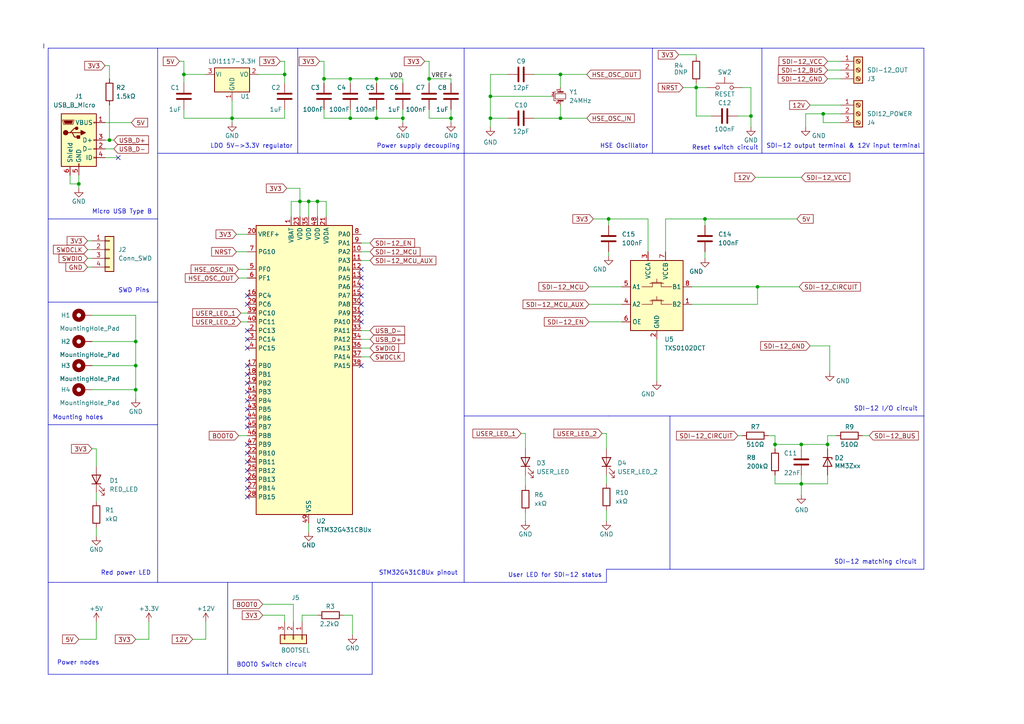
<source format=kicad_sch>
(kicad_sch (version 20230121) (generator eeschema)
  (paper "A4")
  (title_block (title "SDI-12 to USB Adapter") (date "2023-12-14") (rev "1.3") (company "GitHub Z4ika") (comment 4 "Jakub Miłosz Zarecki"))
  (lib_symbols
    (symbol "Connector:Screw_Terminal_01x03" (pin_names (offset 1.016) hide)
      (property "Reference" "J" (at 0 5.08 0))
      (property "Value" "Screw_Terminal_01x03" (at 0 -5.08 0))
      (symbol "Screw_Terminal_01x03_1_1"
        (pin passive line (at -5.08 2.54 0) (length 3.81) (name "Pin_1") (number "1"))
        (pin passive line (at -5.08 0 0) (length 3.81) (name "Pin_2") (number "2"))
        (pin passive line (at -5.08 -2.54 0) (length 3.81) (name "Pin_3") (number "3"))
      )
    )
    (symbol "Connector:USB_B_Micro" (pin_names (offset 1.016))
      (property "Reference" "J" (at -5.08 11.43 0))
      (property "Value" "USB_B_Micro" (at -5.08 8.89 0))
      (symbol "USB_B_Micro_1_1"
        (pin power_out line (at 7.62 5.08 180) (length 2.54) (name "VBUS") (number "1"))
        (pin bidirectional line (at 7.62 -2.54 180) (length 2.54) (name "D-") (number "2"))
        (pin bidirectional line (at 7.62 0 180) (length 2.54) (name "D+") (number "3"))
        (pin passive line (at 7.62 -5.08 180) (length 2.54) (name "ID") (number "4"))
        (pin power_out line (at 0 -10.16 90) (length 2.54) (name "GND") (number "5"))
        (pin passive line (at -2.54 -10.16 90) (length 2.54) (name "Shield") (number "6"))
      )
    )
    (symbol "Connector_Generic:Conn_01x03" (pin_names (offset 1.016) hide)
      (property "Reference" "J" (at 0 5.08 0))
      (property "Value" "Conn_01x03" (at 0 -5.08 0))
      (symbol "Conn_01x03_1_1"
        (pin passive line (at -5.08 2.54 0) (length 3.81) (name "Pin_1") (number "1"))
        (pin passive line (at -5.08 0 0) (length 3.81) (name "Pin_2") (number "2"))
        (pin passive line (at -5.08 -2.54 0) (length 3.81) (name "Pin_3") (number "3"))
      )
    )
    (symbol "Connector_Generic:Conn_01x04" (pin_names (offset 1.016) hide)
      (property "Reference" "J" (at 0 5.08 0))
      (property "Value" "Conn_01x04" (at 0 -7.62 0))
      (symbol "Conn_01x04_1_1"
        (pin passive line (at -5.08 2.54 0) (length 3.81) (name "Pin_1") (number "1"))
        (pin passive line (at -5.08 0 0) (length 3.81) (name "Pin_2") (number "2"))
        (pin passive line (at -5.08 -2.54 0) (length 3.81) (name "Pin_3") (number "3"))
        (pin passive line (at -5.08 -5.08 0) (length 3.81) (name "Pin_4") (number "4"))
      )
    )
    (symbol "Device:C" (pin_numbers hide) (pin_names (offset 0.254))
      (property "Reference" "C" (at 0.635 2.54 0))
      (property "Value" "C" (at 0.635 -2.54 0))
      (symbol "C_1_1"
        (pin passive line (at 0 3.81 270) (length 2.794) (name "~") (number "1"))
        (pin passive line (at 0 -3.81 90) (length 2.794) (name "~") (number "2"))
      )
    )
    (symbol "Device:Crystal_GND2_Small" (pin_names (offset 1.016) hide)
      (property "Reference" "Y" (at 0 5.08 0))
      (property "Value" "Crystal_GND2_Small" (at 0 3.175 0))
      (symbol "Crystal_GND2_Small_1_1"
        (pin passive line (at -2.54 0 0) (length 1.27) (name "1") (number "1"))
        (pin passive line (at 0 -2.54 90) (length 0.635) (name "2") (number "2"))
        (pin passive line (at 2.54 0 180) (length 1.27) (name "3") (number "3"))
      )
    )
    (symbol "Device:LED" (pin_numbers hide) (pin_names (offset 1.016) hide)
      (property "Reference" "D" (at 0 2.54 0))
      (property "Value" "LED" (at 0 -2.54 0))
      (symbol "LED_1_1"
        (pin passive line (at -3.81 0 0) (length 2.54) (name "K") (number "1"))
        (pin passive line (at 3.81 0 180) (length 2.54) (name "A") (number "2"))
      )
    )
    (symbol "Device:R" (pin_numbers hide) (pin_names (offset 0))
      (property "Reference" "R" (at 2.032 0 90))
      (property "Value" "R" (at 0 0 90))
      (symbol "R_1_1"
        (pin passive line (at 0 3.81 270) (length 1.27) (name "~") (number "1"))
        (pin passive line (at 0 -3.81 90) (length 1.27) (name "~") (number "2"))
      )
    )
    (symbol "Diode:MM3Zxx" (pin_numbers hide) (pin_names hide)
      (property "Reference" "D" (at 0 2.54 0))
      (property "Value" "MM3Zxx" (at 0 -2.54 0))
      (symbol "MM3Zxx_1_1"
        (pin passive line (at -3.81 0 0) (length 2.54) (name "K") (number "1"))
        (pin passive line (at 3.81 0 180) (length 2.54) (name "A") (number "2"))
      )
    )
    (symbol "GND_1" (power) (pin_names (offset 0))
      (property "Value" "GND_1" (at 0 -3.81 0))
      (symbol "GND_1_1_1"
        (pin power_in line (at 0 0 270) (length 0) hide (name "GND") (number "1"))
      )
    )
    (symbol "GND_12" (power) (pin_names (offset 0))
      (property "Value" "GND_12" (at 0 -3.81 0))
      (symbol "GND_12_1_1"
        (pin power_in line (at 0 0 270) (length 0) hide (name "GND") (number "1"))
      )
    )
    (symbol "GND_13" (power) (pin_names (offset 0))
      (property "Value" "GND_13" (at 0 -3.81 0))
      (symbol "GND_13_1_1"
        (pin power_in line (at 0 0 270) (length 0) hide (name "GND") (number "1"))
      )
    )
    (symbol "GND_2" (power) (pin_names (offset 0))
      (property "Value" "GND_2" (at 0 -3.81 0))
      (symbol "GND_2_1_1"
        (pin power_in line (at 0 0 270) (length 0) hide (name "GND") (number "1"))
      )
    )
    (symbol "GND_3" (power) (pin_names (offset 0))
      (property "Value" "GND_3" (at 0 -3.81 0))
      (symbol "GND_3_1_1"
        (pin power_in line (at 0 0 270) (length 0) hide (name "GND") (number "1"))
      )
    )
    (symbol "GND_4" (power) (pin_names (offset 0))
      (property "Value" "GND_4" (at 0 -3.81 0))
      (symbol "GND_4_1_1"
        (pin power_in line (at 0 0 270) (length 0) hide (name "GND") (number "1"))
      )
    )
    (symbol "GND_6" (power) (pin_names (offset 0))
      (property "Value" "GND_6" (at 0 -3.81 0))
      (symbol "GND_6_1_1"
        (pin power_in line (at 0 0 270) (length 0) hide (name "GND") (number "1"))
      )
    )
    (symbol "GND_8" (power) (pin_names (offset 0))
      (property "Value" "GND_8" (at 0 -3.81 0))
      (symbol "GND_8_1_1"
        (pin power_in line (at 0 0 270) (length 0) hide (name "GND") (number "1"))
      )
    )
    (symbol "GND_9" (power) (pin_names (offset 0))
      (property "Value" "GND_9" (at 0 -3.81 0))
      (symbol "GND_9_1_1"
        (pin power_in line (at 0 0 270) (length 0) hide (name "GND") (number "1"))
      )
    )
    (symbol "Logic_LevelTranslator:TXS0102DCT"
      (property "Reference" "U" (at -6.35 11.43 0))
      (property "Value" "TXS0102DCT" (at 3.81 11.43 0))
      (symbol "TXS0102DCT_1_1"
        (pin bidirectional line (at 10.16 -2.54 180) (length 2.54) (name "B2") (number "1"))
        (pin power_in line (at 0 -12.7 90) (length 2.54) (name "GND") (number "2"))
        (pin power_in line (at -2.54 12.7 270) (length 2.54) (name "VCCA") (number "3"))
        (pin bidirectional line (at -10.16 -2.54 0) (length 2.54) (name "A2") (number "4"))
        (pin bidirectional line (at -10.16 2.54 0) (length 2.54) (name "A1") (number "5"))
        (pin input line (at -10.16 -7.62 0) (length 2.54) (name "OE") (number "6"))
        (pin power_in line (at 2.54 12.7 270) (length 2.54) (name "VCCB") (number "7"))
        (pin bidirectional line (at 10.16 2.54 180) (length 2.54) (name "B1") (number "8"))
      )
    )
    (symbol "MCU_ST_STM32G4:STM32G431CBUx"
      (property "Reference" "U" (at -12.7 44.45 0))
      (property "Value" "STM32G431CBUx" (at 10.16 44.45 0))
      (symbol "STM32G431CBUx_1_1"
        (pin power_in line (at -2.54 45.72 270) (length 2.54) (name "VBAT") (number "1"))
        (pin bidirectional line (at 17.78 35.56 180) (length 2.54) (name "PA2") (number "10"))
        (pin bidirectional line (at 17.78 33.02 180) (length 2.54) (name "PA3") (number "11"))
        (pin bidirectional line (at 17.78 30.48 180) (length 2.54) (name "PA4") (number "12"))
        (pin bidirectional line (at 17.78 27.94 180) (length 2.54) (name "PA5") (number "13"))
        (pin bidirectional line (at 17.78 25.4 180) (length 2.54) (name "PA6") (number "14"))
        (pin bidirectional line (at 17.78 22.86 180) (length 2.54) (name "PA7") (number "15"))
        (pin bidirectional line (at -15.24 22.86 0) (length 2.54) (name "PC4") (number "16"))
        (pin bidirectional line (at -15.24 2.54 0) (length 2.54) (name "PB0") (number "17"))
        (pin bidirectional line (at -15.24 0 0) (length 2.54) (name "PB1") (number "18"))
        (pin bidirectional line (at -15.24 -2.54 0) (length 2.54) (name "PB2") (number "19"))
        (pin bidirectional line (at -15.24 12.7 0) (length 2.54) (name "PC13") (number "2"))
        (pin input line (at -15.24 40.64 0) (length 2.54) (name "VREF+") (number "20"))
        (pin power_in line (at 7.62 45.72 270) (length 2.54) (name "VDDA") (number "21"))
        (pin bidirectional line (at -15.24 -22.86 0) (length 2.54) (name "PB10") (number "22"))
        (pin power_in line (at 0 45.72 270) (length 2.54) (name "VDD") (number "23"))
        (pin bidirectional line (at -15.24 -25.4 0) (length 2.54) (name "PB11") (number "24"))
        (pin bidirectional line (at -15.24 -27.94 0) (length 2.54) (name "PB12") (number "25"))
        (pin bidirectional line (at -15.24 -30.48 0) (length 2.54) (name "PB13") (number "26"))
        (pin bidirectional line (at -15.24 -33.02 0) (length 2.54) (name "PB14") (number "27"))
        (pin bidirectional line (at -15.24 -35.56 0) (length 2.54) (name "PB15") (number "28"))
        (pin bidirectional line (at -15.24 20.32 0) (length 2.54) (name "PC6") (number "29"))
        (pin bidirectional line (at -15.24 10.16 0) (length 2.54) (name "PC14") (number "3"))
        (pin bidirectional line (at 17.78 20.32 180) (length 2.54) (name "PA8") (number "30"))
        (pin bidirectional line (at 17.78 17.78 180) (length 2.54) (name "PA9") (number "31"))
        (pin bidirectional line (at 17.78 15.24 180) (length 2.54) (name "PA10") (number "32"))
        (pin bidirectional line (at 17.78 12.7 180) (length 2.54) (name "PA11") (number "33"))
        (pin bidirectional line (at 17.78 10.16 180) (length 2.54) (name "PA12") (number "34"))
        (pin power_in line (at 2.54 45.72 270) (length 2.54) (name "VDD") (number "35"))
        (pin bidirectional line (at 17.78 7.62 180) (length 2.54) (name "PA13") (number "36"))
        (pin bidirectional line (at 17.78 5.08 180) (length 2.54) (name "PA14") (number "37"))
        (pin bidirectional line (at 17.78 2.54 180) (length 2.54) (name "PA15") (number "38"))
        (pin bidirectional line (at -15.24 17.78 0) (length 2.54) (name "PC10") (number "39"))
        (pin bidirectional line (at -15.24 7.62 0) (length 2.54) (name "PC15") (number "4"))
        (pin bidirectional line (at -15.24 15.24 0) (length 2.54) (name "PC11") (number "40"))
        (pin bidirectional line (at -15.24 -5.08 0) (length 2.54) (name "PB3") (number "41"))
        (pin bidirectional line (at -15.24 -7.62 0) (length 2.54) (name "PB4") (number "42"))
        (pin bidirectional line (at -15.24 -10.16 0) (length 2.54) (name "PB5") (number "43"))
        (pin bidirectional line (at -15.24 -12.7 0) (length 2.54) (name "PB6") (number "44"))
        (pin bidirectional line (at -15.24 -15.24 0) (length 2.54) (name "PB7") (number "45"))
        (pin bidirectional line (at -15.24 -17.78 0) (length 2.54) (name "PB8") (number "46"))
        (pin bidirectional line (at -15.24 -20.32 0) (length 2.54) (name "PB9") (number "47"))
        (pin power_in line (at 5.08 45.72 270) (length 2.54) (name "VDD") (number "48"))
        (pin power_in line (at 2.54 -43.18 90) (length 2.54) (name "VSS") (number "49"))
        (pin bidirectional line (at -15.24 30.48 0) (length 2.54) (name "PF0") (number "5"))
        (pin bidirectional line (at -15.24 27.94 0) (length 2.54) (name "PF1") (number "6"))
        (pin bidirectional line (at -15.24 35.56 0) (length 2.54) (name "PG10") (number "7"))
        (pin bidirectional line (at 17.78 40.64 180) (length 2.54) (name "PA0") (number "8"))
        (pin bidirectional line (at 17.78 38.1 180) (length 2.54) (name "PA1") (number "9"))
      )
    )
    (symbol "Mechanical:MountingHole_Pad" (pin_numbers hide) (pin_names (offset 1.016) hide)
      (property "Reference" "H" (at 0 6.35 0))
      (property "Value" "MountingHole_Pad" (at 0 4.445 0))
      (symbol "MountingHole_Pad_1_1"
        (pin input line (at 0 -2.54 90) (length 2.54) (name "1") (number "1"))
      )
    )
    (symbol "Regulator_Linear:AP1117-18" (pin_names (offset 0.254))
      (property "Reference" "U" (at -3.81 3.175 0))
      (property "Value" "AP1117-18" (at 0 3.175 0))
      (symbol "AP1117-18_1_1"
        (pin power_in line (at 0 -7.62 90) (length 2.54) (name "GND") (number "1"))
        (pin power_out line (at 7.62 0 180) (length 2.54) (name "VO") (number "2"))
        (pin power_in line (at -7.62 0 0) (length 2.54) (name "VI") (number "3"))
      )
    )
    (symbol "Switch:SW_Push" (pin_numbers hide) (pin_names (offset 1.016) hide)
      (property "Reference" "SW" (at 1.27 2.54 0))
      (property "Value" "SW_Push" (at 0 -1.524 0))
      (symbol "SW_Push_0_1"
        (pin passive line (at -5.08 0 0) (length 2.54) (name "1") (number "1"))
        (pin passive line (at 5.08 0 180) (length 2.54) (name "2") (number "2"))
      )
    )
    (symbol "power:+12V" (power) (pin_names (offset 0))
      (property "Value" "+12V" (at 0 3.556 0))
      (symbol "+12V_1_1"
        (pin power_in line (at 0 0 90) (length 0) hide (name "+12V") (number "1"))
      )
    )
    (symbol "power:+3.3V" (power) (pin_names (offset 0))
      (property "Value" "+3.3V" (at 0 3.556 0))
      (symbol "+3.3V_1_1"
        (pin power_in line (at 0 0 90) (length 0) hide (name "+3.3V") (number "1"))
      )
    )
    (symbol "power:+5V" (power) (pin_names (offset 0))
      (property "Value" "+5V" (at 0 3.556 0))
      (symbol "+5V_1_1"
        (pin power_in line (at 0 0 90) (length 0) hide (name "+5V") (number "1"))
      )
    )
    (symbol "power:GND" (power) (pin_names (offset 0))
      (property "Value" "GND" (at 0 -3.81 0))
      (symbol "GND_1_1"
        (pin power_in line (at 0 0 270) (length 0) hide (name "GND") (number "1"))
      )
    )
  )
  (junction (at 89.535 58.42))
  (junction (at 142.24 34.29))
  (junction (at 162.56 34.29))
  (junction (at 124.46 22.86))
  (junction (at 109.22 34.29))
  (junction (at 53.34 21.59))
  (junction (at 201.93 25.4))
  (junction (at 204.47 63.5))
  (junction (at 101.6 22.86))
  (junction (at 82.55 21.59))
  (junction (at 67.31 34.29))
  (junction (at 219.71 83.185))
  (junction (at 162.56 21.59))
  (junction (at 39.37 113.03))
  (junction (at 31.75 40.64))
  (junction (at 238.76 33.02))
  (junction (at 224.79 128.905))
  (junction (at 240.03 128.905))
  (junction (at 86.995 58.42))
  (junction (at 39.37 99.06))
  (junction (at 92.075 58.42))
  (junction (at 22.86 53.34))
  (junction (at 39.37 106.045))
  (junction (at 101.6 34.29))
  (junction (at 130.81 34.29))
  (junction (at 93.98 22.86))
  (junction (at 142.24 27.94))
  (junction (at 232.41 128.905))
  (junction (at 217.805 33.655))
  (junction (at 109.22 22.86))
  (junction (at 232.41 140.335))
  (junction (at 116.84 34.29))
  (junction (at 176.53 63.5))
  (no_connect (at 104.775 93.345))
  (no_connect (at 71.755 85.725))
  (no_connect (at 71.755 98.425))
  (no_connect (at 104.775 106.045))
  (no_connect (at 104.775 80.645))
  (no_connect (at 71.755 88.265))
  (no_connect (at 34.29 45.72))
  (no_connect (at 71.755 128.905))
  (no_connect (at 71.755 123.825))
  (no_connect (at 104.775 88.265))
  (no_connect (at 71.755 136.525))
  (no_connect (at 71.755 95.885))
  (no_connect (at 71.755 116.205))
  (no_connect (at 71.755 106.045))
  (no_connect (at 71.755 133.985))
  (no_connect (at 71.755 108.585))
  (no_connect (at 71.755 144.145))
  (no_connect (at 104.775 83.185))
  (no_connect (at 104.775 90.805))
  (no_connect (at 71.755 100.965))
  (no_connect (at 71.755 118.745))
  (no_connect (at 71.755 113.665))
  (no_connect (at 104.775 85.725))
  (no_connect (at 71.755 141.605))
  (no_connect (at 71.755 121.285))
  (no_connect (at 71.755 139.065))
  (no_connect (at 71.755 111.125))
  (no_connect (at 104.775 78.105))
  (no_connect (at 71.755 131.445))
  (wire (pts (xy 86.995 54.61) (xy 86.995 58.42)))
  (wire (pts (xy 101.6 34.29) (xy 109.22 34.29)))
  (wire (pts (xy 104.775 95.885) (xy 107.315 95.885)))
  (wire (pts (xy 99.695 178.435) (xy 102.235 178.435)))
  (wire (pts (xy 170.815 88.265) (xy 180.34 88.265)))
  (wire (pts (xy 101.6 34.29) (xy 101.6 31.75)))
  (wire (pts (xy 240.03 126.365) (xy 242.57 126.365)))
  (wire (pts (xy 27.94 130.175) (xy 27.94 135.255)))
  (wire (pts (xy 232.41 137.795) (xy 232.41 140.335)))
  (polyline (pts (xy 13.97 13.97) (xy 13.97 63.5)))
  (wire (pts (xy 30.48 40.64) (xy 31.75 40.64)))
  (wire (pts (xy 25.4 72.39) (xy 26.67 72.39)))
  (polyline (pts (xy 189.23 44.45) (xy 189.23 13.97)))
  (polyline (pts (xy 45.72 158.75) (xy 45.72 168.91)))
  (wire (pts (xy 243.84 20.32) (xy 240.03 20.32)))
  (polyline (pts (xy 45.72 63.5) (xy 45.72 158.75)))
  (polyline (pts (xy 134.62 120.65) (xy 176.53 120.65)))
  (polyline (pts (xy 13.97 123.19) (xy 45.72 123.19)))
  (wire (pts (xy 196.85 15.875) (xy 201.93 15.875)))
  (wire (pts (xy 92.075 62.865) (xy 92.075 58.42)))
  (wire (pts (xy 76.2 175.26) (xy 85.09 175.26)))
  (wire (pts (xy 187.96 63.5) (xy 176.53 63.5)))
  (wire (pts (xy 89.535 151.765) (xy 89.535 154.305)))
  (wire (pts (xy 176.53 63.5) (xy 172.085 63.5)))
  (polyline (pts (xy 134.62 168.91) (xy 175.895 168.91)))
  (wire (pts (xy 104.775 70.485) (xy 107.315 70.485)))
  (wire (pts (xy 152.4 148.59) (xy 152.4 151.13)))
  (wire (pts (xy 162.56 21.59) (xy 162.56 25.4)))
  (wire (pts (xy 93.98 22.86) (xy 101.6 22.86)))
  (wire (pts (xy 224.79 140.335) (xy 232.41 140.335)))
  (wire (pts (xy 30.48 45.72) (xy 34.29 45.72)))
  (polyline (pts (xy 176.53 120.65) (xy 267.97 120.65)))
  (wire (pts (xy 190.5 98.425) (xy 190.5 110.49)))
  (wire (pts (xy 30.48 35.56) (xy 38.1 35.56)))
  (wire (pts (xy 187.96 73.025) (xy 187.96 63.5)))
  (polyline (pts (xy 12.7 12.7) (xy 12.7 13.97)))
  (wire (pts (xy 53.34 17.78) (xy 53.34 21.59)))
  (polyline (pts (xy 175.895 165.1) (xy 194.31 165.1)))
  (wire (pts (xy 238.76 33.02) (xy 243.84 33.02)))
  (wire (pts (xy 109.22 22.86) (xy 116.84 22.86)))
  (wire (pts (xy 130.81 22.86) (xy 124.46 22.86)))
  (polyline (pts (xy 66.04 195.58) (xy 107.95 195.58)))
  (wire (pts (xy 39.37 106.045) (xy 39.37 113.03)))
  (wire (pts (xy 234.95 30.48) (xy 243.84 30.48)))
  (wire (pts (xy 76.2 178.435) (xy 82.55 178.435)))
  (wire (pts (xy 26.67 106.045) (xy 39.37 106.045)))
  (wire (pts (xy 147.32 34.29) (xy 142.24 34.29)))
  (wire (pts (xy 25.4 74.93) (xy 26.67 74.93)))
  (wire (pts (xy 27.94 153.035) (xy 27.94 155.575)))
  (wire (pts (xy 81.28 17.78) (xy 82.55 17.78)))
  (wire (pts (xy 217.805 33.655) (xy 213.995 33.655)))
  (wire (pts (xy 22.86 53.34) (xy 22.86 54.61)))
  (wire (pts (xy 25.4 77.47) (xy 26.67 77.47)))
  (wire (pts (xy 204.47 63.5) (xy 204.47 65.405)))
  (wire (pts (xy 69.215 126.365) (xy 71.755 126.365)))
  (polyline (pts (xy 13.97 63.5) (xy 13.97 87.63)))
  (wire (pts (xy 130.81 35.56) (xy 130.81 34.29)))
  (wire (pts (xy 130.81 34.29) (xy 124.46 34.29)))
  (wire (pts (xy 53.34 21.59) (xy 53.34 24.13)))
  (wire (pts (xy 93.98 17.78) (xy 93.98 22.86)))
  (wire (pts (xy 104.775 75.565) (xy 107.315 75.565)))
  (wire (pts (xy 93.98 22.86) (xy 93.98 24.13)))
  (polyline (pts (xy 189.23 13.97) (xy 220.98 13.97)))
  (wire (pts (xy 26.67 99.06) (xy 39.37 99.06)))
  (wire (pts (xy 232.41 128.905) (xy 240.03 128.905)))
  (wire (pts (xy 116.84 24.13) (xy 116.84 22.86)))
  (wire (pts (xy 200.66 83.185) (xy 219.71 83.185)))
  (wire (pts (xy 170.815 83.185) (xy 180.34 83.185)))
  (wire (pts (xy 217.805 25.4) (xy 217.805 33.655)))
  (wire (pts (xy 82.55 17.78) (xy 82.55 21.59)))
  (wire (pts (xy 162.56 21.59) (xy 170.18 21.59)))
  (wire (pts (xy 67.31 29.21) (xy 67.31 34.29)))
  (wire (pts (xy 102.235 178.435) (xy 102.235 184.15)))
  (wire (pts (xy 240.03 126.365) (xy 240.03 128.905)))
  (wire (pts (xy 162.56 34.29) (xy 170.18 34.29)))
  (polyline (pts (xy 13.97 87.63) (xy 45.72 87.63)))
  (wire (pts (xy 26.67 91.44) (xy 39.37 91.44)))
  (wire (pts (xy 219.71 83.185) (xy 219.71 88.265)))
  (wire (pts (xy 87.63 178.435) (xy 87.63 180.34)))
  (wire (pts (xy 240.665 100.33) (xy 240.665 107.95)))
  (wire (pts (xy 224.79 137.795) (xy 224.79 140.335)))
  (wire (pts (xy 130.81 31.75) (xy 130.81 34.29)))
  (wire (pts (xy 43.18 185.42) (xy 43.18 180.34)))
  (wire (pts (xy 68.58 73.025) (xy 71.755 73.025)))
  (wire (pts (xy 142.24 27.94) (xy 142.24 34.29)))
  (polyline (pts (xy 175.895 168.91) (xy 175.895 165.1)))
  (wire (pts (xy 152.4 125.73) (xy 152.4 130.175)))
  (wire (pts (xy 198.12 25.4) (xy 201.93 25.4)))
  (polyline (pts (xy 134.62 44.45) (xy 189.23 44.45)))
  (wire (pts (xy 104.775 98.425) (xy 107.315 98.425)))
  (wire (pts (xy 101.6 22.86) (xy 109.22 22.86)))
  (wire (pts (xy 124.46 22.86) (xy 124.46 24.13)))
  (polyline (pts (xy 13.97 87.63) (xy 13.97 123.19)))
  (polyline (pts (xy 13.97 123.19) (xy 13.97 168.91)))
  (wire (pts (xy 53.34 34.29) (xy 67.31 34.29)))
  (wire (pts (xy 104.775 73.025) (xy 107.315 73.025)))
  (wire (pts (xy 39.37 185.42) (xy 43.18 185.42)))
  (wire (pts (xy 83.185 54.61) (xy 86.995 54.61)))
  (wire (pts (xy 67.31 35.56) (xy 67.31 34.29)))
  (wire (pts (xy 250.19 126.365) (xy 252.095 126.365)))
  (wire (pts (xy 31.75 19.05) (xy 31.75 22.86)))
  (wire (pts (xy 176.53 73.025) (xy 176.53 74.295)))
  (wire (pts (xy 240.03 130.175) (xy 240.03 128.905)))
  (wire (pts (xy 71.755 93.345) (xy 69.85 93.345)))
  (wire (pts (xy 84.455 58.42) (xy 86.995 58.42)))
  (wire (pts (xy 176.53 63.5) (xy 176.53 65.405)))
  (polyline (pts (xy 13.97 168.91) (xy 45.72 168.91)))
  (polyline (pts (xy 267.97 120.65) (xy 267.97 165.1)))
  (wire (pts (xy 224.79 126.365) (xy 224.79 128.905)))
  (wire (pts (xy 217.805 33.655) (xy 217.805 36.83)))
  (wire (pts (xy 152.4 137.795) (xy 152.4 140.97)))
  (wire (pts (xy 154.94 34.29) (xy 162.56 34.29)))
  (wire (pts (xy 142.24 21.59) (xy 142.24 27.94)))
  (wire (pts (xy 170.815 93.345) (xy 180.34 93.345)))
  (wire (pts (xy 232.41 130.175) (xy 232.41 128.905)))
  (wire (pts (xy 25.4 69.85) (xy 26.67 69.85)))
  (wire (pts (xy 93.98 34.29) (xy 101.6 34.29)))
  (wire (pts (xy 201.93 15.875) (xy 201.93 16.51)))
  (polyline (pts (xy 267.97 120.65) (xy 267.97 44.45)))
  (polyline (pts (xy 86.36 44.45) (xy 45.72 44.45)))
  (polyline (pts (xy 267.97 165.1) (xy 194.31 165.1)))
  (polyline (pts (xy 13.97 13.97) (xy 45.72 13.97)))
  (wire (pts (xy 55.88 185.42) (xy 59.69 185.42)))
  (polyline (pts (xy 86.36 13.97) (xy 86.36 44.45)))
  (wire (pts (xy 109.22 24.13) (xy 109.22 22.86)))
  (wire (pts (xy 201.93 25.4) (xy 205.105 25.4)))
  (wire (pts (xy 238.76 35.56) (xy 238.76 33.02)))
  (wire (pts (xy 86.995 58.42) (xy 86.995 62.865)))
  (wire (pts (xy 124.46 17.78) (xy 124.46 22.86)))
  (wire (pts (xy 240.03 140.335) (xy 240.03 137.795)))
  (wire (pts (xy 69.85 90.805) (xy 71.755 90.805)))
  (wire (pts (xy 104.775 100.965) (xy 107.315 100.965)))
  (wire (pts (xy 219.075 51.435) (xy 232.41 51.435)))
  (wire (pts (xy 162.56 30.48) (xy 162.56 34.29)))
  (wire (pts (xy 151.13 125.73) (xy 152.4 125.73)))
  (polyline (pts (xy 45.72 63.5) (xy 45.72 13.97)))
  (polyline (pts (xy 66.04 195.58) (xy 66.04 168.91)))
  (wire (pts (xy 31.75 40.64) (xy 33.02 40.64)))
  (wire (pts (xy 92.075 178.435) (xy 87.63 178.435)))
  (wire (pts (xy 193.04 63.5) (xy 204.47 63.5)))
  (wire (pts (xy 233.68 33.02) (xy 238.76 33.02)))
  (wire (pts (xy 215.265 25.4) (xy 217.805 25.4)))
  (wire (pts (xy 20.32 50.8) (xy 20.32 53.34)))
  (polyline (pts (xy 189.23 13.97) (xy 134.62 13.97)))
  (wire (pts (xy 69.215 78.105) (xy 71.755 78.105)))
  (wire (pts (xy 94.615 58.42) (xy 92.075 58.42)))
  (wire (pts (xy 123.19 17.78) (xy 124.46 17.78)))
  (polyline (pts (xy 134.62 158.75) (xy 134.62 44.45)))
  (wire (pts (xy 116.84 34.29) (xy 109.22 34.29)))
  (wire (pts (xy 89.535 62.865) (xy 89.535 58.42)))
  (wire (pts (xy 219.71 88.265) (xy 200.66 88.265)))
  (wire (pts (xy 68.58 67.945) (xy 71.755 67.945)))
  (wire (pts (xy 30.48 43.18) (xy 33.02 43.18)))
  (wire (pts (xy 85.09 175.26) (xy 85.09 180.34)))
  (wire (pts (xy 232.41 140.335) (xy 240.03 140.335)))
  (wire (pts (xy 224.79 128.905) (xy 232.41 128.905)))
  (wire (pts (xy 39.37 113.03) (xy 39.37 115.57)))
  (wire (pts (xy 175.895 125.73) (xy 175.895 130.175)))
  (polyline (pts (xy 13.97 63.5) (xy 45.72 63.5)))
  (wire (pts (xy 84.455 62.865) (xy 84.455 58.42)))
  (wire (pts (xy 193.04 73.025) (xy 193.04 63.5)))
  (wire (pts (xy 39.37 99.06) (xy 39.37 106.045)))
  (wire (pts (xy 89.535 58.42) (xy 86.995 58.42)))
  (wire (pts (xy 94.615 62.865) (xy 94.615 58.42)))
  (polyline (pts (xy 13.97 168.91) (xy 13.97 195.58)))
  (wire (pts (xy 116.84 31.75) (xy 116.84 34.29)))
  (wire (pts (xy 53.34 31.75) (xy 53.34 34.29)))
  (polyline (pts (xy 220.98 44.45) (xy 189.23 44.45)))
  (wire (pts (xy 201.93 24.13) (xy 201.93 25.4)))
  (wire (pts (xy 232.41 140.335) (xy 232.41 143.51)))
  (polyline (pts (xy 134.62 13.97) (xy 86.36 13.97)))
  (polyline (pts (xy 134.62 44.45) (xy 134.62 13.97)))
  (wire (pts (xy 92.71 17.78) (xy 93.98 17.78)))
  (polyline (pts (xy 107.95 195.58) (xy 107.95 168.91)))
  (wire (pts (xy 39.37 91.44) (xy 39.37 99.06)))
  (wire (pts (xy 142.24 27.94) (xy 160.02 27.94)))
  (wire (pts (xy 93.98 31.75) (xy 93.98 34.29)))
  (wire (pts (xy 206.375 33.655) (xy 201.93 33.655)))
  (wire (pts (xy 204.47 63.5) (xy 231.14 63.5)))
  (wire (pts (xy 92.075 58.42) (xy 89.535 58.42)))
  (wire (pts (xy 175.895 147.955) (xy 175.895 151.13)))
  (polyline (pts (xy 134.62 168.91) (xy 134.62 158.75)))
  (wire (pts (xy 82.55 178.435) (xy 82.55 180.34)))
  (wire (pts (xy 22.86 50.8) (xy 22.86 53.34)))
  (wire (pts (xy 243.84 35.56) (xy 238.76 35.56)))
  (wire (pts (xy 20.32 53.34) (xy 22.86 53.34)))
  (wire (pts (xy 104.775 103.505) (xy 107.315 103.505)))
  (polyline (pts (xy 220.98 13.97) (xy 220.98 44.45)))
  (wire (pts (xy 175.895 137.795) (xy 175.895 140.335)))
  (wire (pts (xy 224.79 130.175) (xy 224.79 128.905)))
  (wire (pts (xy 74.93 21.59) (xy 82.55 21.59)))
  (polyline (pts (xy 86.36 44.45) (xy 134.62 44.45)))
  (wire (pts (xy 30.48 19.05) (xy 31.75 19.05)))
  (wire (pts (xy 240.03 17.78) (xy 243.84 17.78)))
  (wire (pts (xy 22.86 185.42) (xy 27.94 185.42)))
  (wire (pts (xy 154.94 21.59) (xy 162.56 21.59)))
  (wire (pts (xy 116.84 34.29) (xy 116.84 35.56)))
  (wire (pts (xy 243.84 22.86) (xy 240.03 22.86)))
  (wire (pts (xy 82.55 31.75) (xy 82.55 34.29)))
  (wire (pts (xy 27.94 185.42) (xy 27.94 180.34)))
  (wire (pts (xy 26.67 113.03) (xy 39.37 113.03)))
  (wire (pts (xy 204.47 73.025) (xy 204.47 74.93)))
  (wire (pts (xy 27.94 142.875) (xy 27.94 145.415)))
  (wire (pts (xy 201.93 25.4) (xy 201.93 33.655)))
  (wire (pts (xy 67.31 34.29) (xy 82.55 34.29)))
  (polyline (pts (xy 45.72 13.97) (xy 86.36 13.97)))
  (polyline (pts (xy 13.97 195.58) (xy 66.04 195.58)))
  (polyline (pts (xy 267.97 13.97) (xy 267.97 44.45)))
  (polyline (pts (xy 194.31 165.1) (xy 194.31 120.65)))
  (wire (pts (xy 82.55 21.59) (xy 82.55 24.13)))
  (polyline (pts (xy 220.98 44.45) (xy 267.97 44.45)))
  (wire (pts (xy 174.625 125.73) (xy 175.895 125.73)))
  (wire (pts (xy 26.67 130.175) (xy 27.94 130.175)))
  (wire (pts (xy 233.68 36.83) (xy 233.68 33.02)))
  (polyline (pts (xy 45.72 168.91) (xy 134.62 168.91)))
  (wire (pts (xy 53.34 21.59) (xy 59.69 21.59)))
  (wire (pts (xy 109.22 31.75) (xy 109.22 34.29)))
  (wire (pts (xy 142.24 34.29) (xy 142.24 36.83)))
  (wire (pts (xy 31.75 30.48) (xy 31.75 40.64)))
  (wire (pts (xy 101.6 24.13) (xy 101.6 22.86)))
  (wire (pts (xy 124.46 34.29) (xy 124.46 31.75)))
  (polyline (pts (xy 220.98 13.97) (xy 267.97 13.97)))
  (wire (pts (xy 234.95 100.33) (xy 240.665 100.33)))
  (wire (pts (xy 224.79 126.365) (xy 222.885 126.365)))
  (wire (pts (xy 142.24 21.59) (xy 147.32 21.59)))
  (wire (pts (xy 219.71 83.185) (xy 231.775 83.185)))
  (wire (pts (xy 59.69 185.42) (xy 59.69 180.34)))
  (wire (pts (xy 213.995 126.365) (xy 215.265 126.365)))
  (wire (pts (xy 130.81 24.13) (xy 130.81 22.86)))
  (wire (pts (xy 69.215 80.645) (xy 71.755 80.645)))
  (wire (pts (xy 52.07 17.78) (xy 53.34 17.78)))
  (text "SWD Pins\n" (at 34.29 85.09 0) (effects (font (size 1.27 1.27)) (justify left bottom)))
  (text "Red power LED" (at 29.21 167.005 0) (effects (font (size 1.27 1.27)) (justify left bottom)))
  (text "LDO 5V->3.3V regulator\n" (at 60.96 43.18 0) (effects (font (size 1.27 1.27)) (justify left bottom)))
  (text "Micro USB Type B" (at 26.67 62.23 0) (effects (font (size 1.27 1.27)) (justify left bottom)))
  (text "SDI-12 I/O circuit" (at 247.65 119.38 0) (effects (font (size 1.27 1.27)) (justify left bottom)))
  (text "STM32G431CBUx pinout" (at 109.855 167.005 0) (effects (font (size 1.27 1.27)) (justify left bottom)))
  (text "Reset switch circuit\n\n" (at 200.66 45.72 0) (effects (font (size 1.27 1.27)) (justify left bottom)))
  (text "SDI-12 matching circuit" (at 241.935 163.83 0) (effects (font (size 1.27 1.27)) (justify left bottom)))
  (text "Power nodes\n" (at 16.51 193.04 0) (effects (font (size 1.27 1.27)) (justify left bottom)))
  (text "SDI-12 output terminal & 12V input terminal\n" (at 222.25 43.18 0) (effects (font (size 1.27 1.27)) (justify left bottom)))
  (text "User LED for SDI-12 status" (at 147.32 167.64 0) (effects (font (size 1.27 1.27)) (justify left bottom)))
  (text "HSE Oscillator\n" (at 173.99 43.18 0) (effects (font (size 1.27 1.27)) (justify left bottom)))
  (text "Power supply decoupling\n" (at 109.22 43.18 0) (effects (font (size 1.27 1.27)) (justify left bottom)))
  (text "Mounting holes\n" (at 15.24 121.92 0) (effects (font (size 1.27 1.27)) (justify left bottom)))
  (text "BOOT0 Switch circuit\n" (at 68.58 193.675 0) (effects (font (size 1.27 1.27)) (justify left bottom)))
  (label "VREF+" (at 125.095 22.86 0))
  (label "VDD" (at 113.03 22.86 0))
  (global_label "3V3" (shape input) (at 123.19 17.78 180) (property "Intersheetrefs" "${INTERSHEET_REFS}" (effects hide)))
  (global_label "3V3" (shape input) (at 172.085 63.5 180) (property "Intersheetrefs" "${INTERSHEET_REFS}" (effects hide)))
  (global_label "SDI-12_MCU_AUX" (shape input) (at 107.315 75.565 0) (property "Intersheetrefs" "${INTERSHEET_REFS}" (effects hide)))
  (global_label "3V3" (shape input) (at 81.28 17.78 180) (property "Intersheetrefs" "${INTERSHEET_REFS}" (effects hide)))
  (global_label "NRST" (shape input) (at 68.58 73.025 180) (property "Intersheetrefs" "${INTERSHEET_REFS}" (effects hide)))
  (global_label "3V3" (shape input) (at 26.67 130.175 180) (property "Intersheetrefs" "${INTERSHEET_REFS}" (effects hide)))
  (global_label "SWDIO" (shape input) (at 107.315 100.965 0) (property "Intersheetrefs" "${INTERSHEET_REFS}" (effects hide)))
  (global_label "BOOT0" (shape input) (at 76.2 175.26 180) (property "Intersheetrefs" "${INTERSHEET_REFS}" (effects hide)))
  (global_label "3V3" (shape input) (at 76.2 178.435 180) (property "Intersheetrefs" "${INTERSHEET_REFS}" (effects hide)))
  (global_label "HSE_OSC_IN" (shape input) (at 69.215 78.105 180) (property "Intersheetrefs" "${INTERSHEET_REFS}" (effects hide)))
  (global_label "SDI-12_VCC" (shape input) (at 232.41 51.435 0) (property "Intersheetrefs" "${INTERSHEET_REFS}" (effects hide)))
  (global_label "12V" (shape input) (at 234.95 30.48 180) (property "Intersheetrefs" "${INTERSHEET_REFS}" (effects hide)))
  (global_label "SDI-12_BUS" (shape input) (at 240.03 20.32 180) (property "Intersheetrefs" "${INTERSHEET_REFS}" (effects hide)))
  (global_label "5V" (shape input) (at 22.86 185.42 180) (property "Intersheetrefs" "${INTERSHEET_REFS}" (effects hide)))
  (global_label "HSE_OSC_IN" (shape input) (at 170.18 34.29 0) (property "Intersheetrefs" "${INTERSHEET_REFS}" (effects hide)))
  (global_label "SDI-12_MCU" (shape input) (at 170.815 83.185 180) (property "Intersheetrefs" "${INTERSHEET_REFS}" (effects hide)))
  (global_label "5V" (shape input) (at 231.14 63.5 0) (property "Intersheetrefs" "${INTERSHEET_REFS}" (effects hide)))
  (global_label "GND" (shape input) (at 25.4 77.47 180) (property "Intersheetrefs" "${INTERSHEET_REFS}" (effects hide)))
  (global_label "USER_LED_2" (shape input) (at 174.625 125.73 180) (property "Intersheetrefs" "${INTERSHEET_REFS}" (effects hide)))
  (global_label "3V3" (shape input) (at 68.58 67.945 180) (property "Intersheetrefs" "${INTERSHEET_REFS}" (effects hide)))
  (global_label "SWDCLK" (shape input) (at 25.4 72.39 180) (property "Intersheetrefs" "${INTERSHEET_REFS}" (effects hide)))
  (global_label "HSE_OSC_OUT" (shape input) (at 69.215 80.645 180) (property "Intersheetrefs" "${INTERSHEET_REFS}" (effects hide)))
  (global_label "SDI-12_MCU" (shape input) (at 107.315 73.025 0) (property "Intersheetrefs" "${INTERSHEET_REFS}" (effects hide)))
  (global_label "5V" (shape input) (at 52.07 17.78 180) (property "Intersheetrefs" "${INTERSHEET_REFS}" (effects hide)))
  (global_label "SWDCLK" (shape input) (at 107.315 103.505 0) (property "Intersheetrefs" "${INTERSHEET_REFS}" (effects hide)))
  (global_label "USB_D-" (shape input) (at 33.02 43.18 0) (property "Intersheetrefs" "${INTERSHEET_REFS}" (effects hide)))
  (global_label "SDI-12_MCU_AUX" (shape input) (at 170.815 88.265 180) (property "Intersheetrefs" "${INTERSHEET_REFS}" (effects hide)))
  (global_label "USB_D+" (shape input) (at 107.315 98.425 0) (property "Intersheetrefs" "${INTERSHEET_REFS}" (effects hide)))
  (global_label "3V3" (shape input) (at 25.4 69.85 180) (property "Intersheetrefs" "${INTERSHEET_REFS}" (effects hide)))
  (global_label "SDI-12_VCC" (shape input) (at 240.03 17.78 180) (property "Intersheetrefs" "${INTERSHEET_REFS}" (effects hide)))
  (global_label "3V3" (shape input) (at 83.185 54.61 180) (property "Intersheetrefs" "${INTERSHEET_REFS}" (effects hide)))
  (global_label "3V3" (shape input) (at 92.71 17.78 180) (property "Intersheetrefs" "${INTERSHEET_REFS}" (effects hide)))
  (global_label "USER_LED_1" (shape input) (at 69.85 90.805 180) (property "Intersheetrefs" "${INTERSHEET_REFS}" (effects hide)))
  (global_label "HSE_OSC_OUT" (shape input) (at 170.18 21.59 0) (property "Intersheetrefs" "${INTERSHEET_REFS}" (effects hide)))
  (global_label "3V3" (shape input) (at 39.37 185.42 180) (property "Intersheetrefs" "${INTERSHEET_REFS}" (effects hide)))
  (global_label "USER_LED_2" (shape input) (at 69.85 93.345 180) (property "Intersheetrefs" "${INTERSHEET_REFS}" (effects hide)))
  (global_label "SDI-12_GND" (shape input) (at 240.03 22.86 180) (property "Intersheetrefs" "${INTERSHEET_REFS}" (effects hide)))
  (global_label "SDI-12_CIRCUIT" (shape input) (at 231.775 83.185 0) (property "Intersheetrefs" "${INTERSHEET_REFS}" (effects hide)))
  (global_label "SDI-12_GND" (shape input) (at 234.95 100.33 180) (property "Intersheetrefs" "${INTERSHEET_REFS}" (effects hide)))
  (global_label "SDI-12_BUS" (shape input) (at 252.095 126.365 0) (property "Intersheetrefs" "${INTERSHEET_REFS}" (effects hide)))
  (global_label "12V" (shape input) (at 219.075 51.435 180) (property "Intersheetrefs" "${INTERSHEET_REFS}" (effects hide)))
  (global_label "12V" (shape input) (at 55.88 185.42 180) (property "Intersheetrefs" "${INTERSHEET_REFS}" (effects hide)))
  (global_label "SDI-12_CIRCUIT" (shape input) (at 213.995 126.365 180) (property "Intersheetrefs" "${INTERSHEET_REFS}" (effects hide)))
  (global_label "3V3" (shape input) (at 196.85 15.875 180) (property "Intersheetrefs" "${INTERSHEET_REFS}" (effects hide)))
  (global_label "BOOT0" (shape input) (at 69.215 126.365 180) (property "Intersheetrefs" "${INTERSHEET_REFS}" (effects hide)))
  (global_label "USB_D-" (shape input) (at 107.315 95.885 0) (property "Intersheetrefs" "${INTERSHEET_REFS}" (effects hide)))
  (global_label "5V" (shape input) (at 38.1 35.56 0) (property "Intersheetrefs" "${INTERSHEET_REFS}" (effects hide)))
  (global_label "3V3" (shape input) (at 30.48 19.05 180) (property "Intersheetrefs" "${INTERSHEET_REFS}" (effects hide)))
  (global_label "SDI-12_EN" (shape input) (at 107.315 70.485 0) (property "Intersheetrefs" "${INTERSHEET_REFS}" (effects hide)))
  (global_label "SDI-12_EN" (shape input) (at 170.815 93.345 180) (property "Intersheetrefs" "${INTERSHEET_REFS}" (effects hide)))
  (global_label "USB_D+" (shape input) (at 33.02 40.64 0) (property "Intersheetrefs" "${INTERSHEET_REFS}" (effects hide)))
  (global_label "SWDIO" (shape input) (at 25.4 74.93 180) (property "Intersheetrefs" "${INTERSHEET_REFS}" (effects hide)))
  (global_label "USER_LED_1" (shape input) (at 151.13 125.73 180) (property "Intersheetrefs" "${INTERSHEET_REFS}" (effects hide)))
  (global_label "NRST" (shape input) (at 198.12 25.4 180) (property "Intersheetrefs" "${INTERSHEET_REFS}" (effects hide)))
  (symbol (lib_id "Mechanical:MountingHole_Pad") (at 24.13 91.44 90) (unit 1)
    (property "Reference" "H1" (at 19.05 91.44 90))
    (property "Value" "MountingHole_Pad" (at 26.035 95.25 90))
    (property "Footprint" "MountingHole:MountingHole_2.7mm_Pad_Via" (effects hide))
  )
  (symbol (lib_id "Mechanical:MountingHole_Pad") (at 24.13 99.06 90) (unit 1)
    (property "Reference" "H2" (at 19.05 99.06 90))
    (property "Value" "MountingHole_Pad" (at 26.035 109.855 90))
    (property "Footprint" "MountingHole:MountingHole_2.7mm_Pad_Via" (effects hide))
  )
  (symbol (lib_id "Mechanical:MountingHole_Pad") (at 24.13 106.045 90) (unit 1)
    (property "Reference" "H3" (at 19.05 106.045 90))
    (property "Value" "MountingHole_Pad" (at 26.035 102.87 90))
    (property "Footprint" "MountingHole:MountingHole_2.7mm_Pad_Via" (effects hide))
  )
  (symbol (lib_id "Mechanical:MountingHole_Pad") (at 24.13 113.03 90) (unit 1)
    (property "Reference" "H4" (at 19.05 113.03 90))
    (property "Value" "MountingHole_Pad" (at 26.035 116.84 90))
    (property "Footprint" "MountingHole:MountingHole_2.7mm_Pad_Via" (effects hide))
  )
  (symbol (lib_id "Device:R") (at 175.895 144.145 180) (unit 1)
    (property "Reference" "R10" (at 178.435 142.875 0) (effects (justify right)))
    (property "Value" "xkΩ" (at 178.435 145.415 0) (effects (justify right)))
    (property "Footprint" "Resistor_SMD:R_0603_1608Metric" (effects hide))
  )
  (symbol (lib_id "Device:R") (at 152.4 144.78 180) (unit 1)
    (property "Reference" "R6" (at 154.94 143.51 0) (effects (justify right)))
    (property "Value" "xkΩ" (at 154.94 146.05 0) (effects (justify right)))
    (property "Footprint" "Resistor_SMD:R_0603_1608Metric" (effects hide))
  )
  (symbol (lib_name "GND_13") (lib_id "power:GND") (at 240.665 107.95 0) (unit 1)
    (property "Reference" "#PWR013" (effects hide))
    (property "Value" "GND" (at 244.475 110.49 0))
  )
  (symbol (lib_id "Device:C") (at 232.41 133.985 0) (unit 1)
    (property "Reference" "C11" (at 227.33 131.445 0) (effects (justify left)))
    (property "Value" "22nF" (at 227.33 137.16 0) (effects (justify left)))
    (property "Footprint" "Capacitor_SMD:C_0603_1608Metric" (effects hide))
  )
  (symbol (lib_id "Device:LED") (at 27.94 139.065 90) (unit 1)
    (property "Reference" "D1" (at 31.75 139.3825 90) (effects (justify right)))
    (property "Value" "RED_LED" (at 31.75 141.9225 90) (effects (justify right)))
    (property "Footprint" "LED_SMD:LED_0805_2012Metric" (effects hide))
  )
  (symbol (lib_name "GND_2") (lib_id "power:GND") (at 22.86 54.61 0) (unit 1)
    (property "Reference" "#PWR01" (effects hide))
    (property "Value" "GND" (at 22.86 58.42 0))
  )
  (symbol (lib_id "Device:C") (at 204.47 69.215 0) (unit 1)
    (property "Reference" "C14" (at 208.28 67.945 0) (effects (justify left)))
    (property "Value" "100nF" (at 208.28 70.485 0) (effects (justify left)))
    (property "Footprint" "Capacitor_SMD:C_0603_1608Metric" (effects hide))
  )
  (symbol (lib_id "Device:C") (at 151.13 21.59 90) (unit 1)
    (property "Reference" "C9" (at 151.13 17.78 90))
    (property "Value" "12pF" (at 151.13 25.4 90))
    (property "Footprint" "Capacitor_SMD:C_0603_1608Metric" (effects hide))
  )
  (symbol (lib_id "Device:C") (at 82.55 27.94 180) (unit 1)
    (property "Reference" "C2" (at 80.01 25.4 0))
    (property "Value" "1uF" (at 80.01 31.75 0))
    (property "Footprint" "Capacitor_SMD:C_0805_2012Metric" (effects hide))
  )
  (symbol (lib_id "Device:R") (at 201.93 20.32 0) (unit 1)
    (property "Reference" "R4" (at 196.85 19.05 0))
    (property "Value" "DNP" (at 197.485 20.955 0))
    (property "Footprint" "Resistor_SMD:R_0603_1608Metric" (effects hide))
  )
  (symbol (lib_id "Device:C") (at 101.6 27.94 180) (unit 1)
    (property "Reference" "C4" (at 99.06 25.4 0))
    (property "Value" "100nF" (at 98.425 31.75 0))
    (property "Footprint" "Capacitor_SMD:C_0603_1608Metric" (effects hide))
  )
  (symbol (lib_id "Device:C") (at 109.22 27.94 180) (unit 1)
    (property "Reference" "C5" (at 107.315 25.4 0))
    (property "Value" "100nF" (at 106.045 31.75 0))
    (property "Footprint" "Capacitor_SMD:C_0603_1608Metric" (effects hide))
  )
  (symbol (lib_name "GND_8") (lib_id "power:GND") (at 232.41 143.51 0) (unit 1)
    (property "Reference" "#PWR05" (effects hide))
    (property "Value" "GND" (at 232.537 147.9042 0))
  )
  (symbol (lib_name "GND_6") (lib_id "power:GND") (at 152.4 151.13 0) (unit 1)
    (property "Reference" "#PWR011" (effects hide))
    (property "Value" "GND" (at 152.4 154.94 0))
  )
  (symbol (lib_id "power:GND") (at 102.235 184.15 0) (unit 1)
    (property "Reference" "#PWR04" (effects hide))
    (property "Value" "GND" (at 102.235 187.96 0))
  )
  (symbol (lib_id "Diode:MM3Zxx") (at 240.03 133.985 270) (unit 1)
    (property "Reference" "D2" (at 242.062 132.8166 90) (effects (justify left)))
    (property "Value" "MM3Zxx" (at 242.062 135.128 90) (effects (justify left)))
    (property "Footprint" "Diode_SMD:D_SOD-323F" (effects hide))
  )
  (symbol (lib_id "Device:C") (at 53.34 27.94 180) (unit 1)
    (property "Reference" "C1" (at 50.8 25.4 0))
    (property "Value" "1uF" (at 50.8 31.75 0))
    (property "Footprint" "Capacitor_SMD:C_0805_2012Metric" (effects hide))
  )
  (symbol (lib_name "GND_9") (lib_id "power:GND") (at 217.805 36.83 0) (unit 1)
    (property "Reference" "#PWR026" (effects hide))
    (property "Value" "GND" (at 217.805 40.64 0))
  )
  (symbol (lib_id "Device:C") (at 151.13 34.29 90) (unit 1)
    (property "Reference" "C10" (at 151.13 30.48 90))
    (property "Value" "12pF" (at 151.13 38.1 90))
    (property "Footprint" "Capacitor_SMD:C_0603_1608Metric" (effects hide))
  )
  (symbol (lib_id "Switch:SW_Push") (at 210.185 25.4 0) (unit 1)
    (property "Reference" "SW2" (at 210.185 20.955 0))
    (property "Value" "RESET" (at 210.185 27.305 0))
    (property "Footprint" "Button_Switch_SMD:SW_SPST_B3U-1000P" (effects hide))
  )
  (symbol (lib_id "Device:C") (at 130.81 27.94 180) (unit 1)
    (property "Reference" "C8" (at 128.27 25.4 0))
    (property "Value" "1uF" (at 128.27 31.75 0))
    (property "Footprint" "Capacitor_SMD:C_0805_2012Metric" (effects hide))
  )
  (symbol (lib_name "GND_12") (lib_id "power:GND") (at 190.5 110.49 0) (unit 1)
    (property "Reference" "#PWR06" (effects hide))
    (property "Value" "GND" (at 187.96 114.3 0))
  )
  (symbol (lib_id "power:+12V") (at 59.69 180.34 0) (unit 1)
    (property "Reference" "#PWR033" (effects hide))
    (property "Value" "+12V" (at 59.69 176.53 0))
  )
  (symbol (lib_id "Connector_Generic:Conn_01x03") (at 85.09 185.42 270) (unit 1)
    (property "Reference" "J5" (at 85.725 173.355 90))
    (property "Value" "BOOTSEL" (at 85.725 188.595 90))
    (property "Footprint" "Connector_PinHeader_2.54mm:PinHeader_1x03_P2.54mm_Vertical" (effects hide))
  )
  (symbol (lib_name "GND_1") (lib_id "power:GND") (at 142.24 36.83 0) (unit 1)
    (property "Reference" "#PWR018" (effects hide))
    (property "Value" "GND" (at 142.24 41.275 0))
  )
  (symbol (lib_id "Device:C") (at 210.185 33.655 90) (unit 1)
    (property "Reference" "C12" (at 210.185 29.845 90))
    (property "Value" "100nF" (at 210.185 37.465 90))
    (property "Footprint" "Capacitor_SMD:C_0603_1608Metric" (effects hide))
  )
  (symbol (lib_name "GND_6") (lib_id "power:GND") (at 27.94 155.575 0) (unit 1)
    (property "Reference" "#PWR03" (effects hide))
    (property "Value" "GND" (at 27.94 159.385 0))
  )
  (symbol (lib_id "Connector_Generic:Conn_01x04") (at 31.75 72.39 0) (unit 1)
    (property "Reference" "J2" (at 34.29 72.3899 0) (effects (justify left)))
    (property "Value" "Conn_SWD" (at 34.29 74.9299 0) (effects (justify left)))
    (property "Footprint" "Connector_PinHeader_2.54mm:PinHeader_1x04_P2.54mm_Vertical" (effects hide))
  )
  (symbol (lib_name "GND_3") (lib_id "power:GND") (at 116.84 35.56 0) (unit 1)
    (property "Reference" "#PWR014" (effects hide))
    (property "Value" "GND" (at 116.84 39.37 0))
  )
  (symbol (lib_id "Device:C") (at 116.84 27.94 180) (unit 1)
    (property "Reference" "C6" (at 114.3 25.4 0))
    (property "Value" "1uF" (at 114.3 31.75 0))
    (property "Footprint" "Capacitor_SMD:C_0805_2012Metric" (effects hide))
  )
  (symbol (lib_name "GND_3") (lib_id "power:GND") (at 130.81 35.56 0) (unit 1)
    (property "Reference" "#PWR016" (effects hide))
    (property "Value" "GND" (at 130.81 39.37 0))
  )
  (symbol (lib_id "Device:R") (at 246.38 126.365 270) (unit 1)
    (property "Reference" "R9" (at 246.38 123.825 90))
    (property "Value" "510Ω" (at 246.38 128.905 90))
    (property "Footprint" "Resistor_SMD:R_0603_1608Metric" (effects hide))
  )
  (symbol (lib_id "Device:R") (at 27.94 149.225 180) (unit 1)
    (property "Reference" "R1" (at 30.48 147.955 0) (effects (justify right)))
    (property "Value" "xkΩ" (at 30.48 150.495 0) (effects (justify right)))
    (property "Footprint" "Resistor_SMD:R_0603_1608Metric" (effects hide))
  )
  (symbol (lib_id "Connector:USB_B_Micro") (at 22.86 40.64 0) (unit 1)
    (property "Reference" "J1" (at 22.86 27.94 0))
    (property "Value" "USB_B_Micro" (at 21.59 30.48 0))
    (property "Footprint" "Connector_USB:USB_Micro-B_Molex-105017-0001" (effects hide))
  )
  (symbol (lib_id "Device:R") (at 31.75 26.67 0) (unit 1)
    (property "Reference" "R2" (at 33.655 25.3999 0) (effects (justify left)))
    (property "Value" "1.5kΩ" (at 33.655 27.9399 0) (effects (justify left)))
    (property "Footprint" "Resistor_SMD:R_0603_1608Metric" (effects hide))
  )
  (symbol (lib_id "Connector:Screw_Terminal_01x03") (at 248.92 33.02 0) (unit 1)
    (property "Reference" "J4" (at 251.46 35.56 0) (effects (justify left)))
    (property "Value" "SDI12_POWER" (at 251.46 33.02 0) (effects (justify left)))
    (property "Footprint" "TerminalBlock_Phoenix:TerminalBlock_Phoenix_MPT-0,5-3-2.54_1x03_P2.54mm_Horizontal" (effects hide))
  )
  (symbol (lib_id "Device:C") (at 124.46 27.94 180) (unit 1)
    (property "Reference" "C7" (at 121.92 25.4 0))
    (property "Value" "100nF" (at 120.65 31.75 0))
    (property "Footprint" "Capacitor_SMD:C_0603_1608Metric" (effects hide))
  )
  (symbol (lib_name "GND_13") (lib_id "power:GND") (at 233.68 36.83 0) (unit 1)
    (property "Reference" "#PWR029" (effects hide))
    (property "Value" "GND" (at 237.49 39.37 0))
  )
  (symbol (lib_id "Device:LED") (at 152.4 133.985 90) (unit 1)
    (property "Reference" "D3" (at 155.575 134.3025 90) (effects (justify right)))
    (property "Value" "USER_LED" (at 155.575 136.8425 90) (effects (justify right)))
    (property "Footprint" "LED_SMD:LED_0805_2012Metric" (effects hide))
  )
  (symbol (lib_id "Device:R") (at 219.075 126.365 270) (unit 1)
    (property "Reference" "R7" (at 219.075 123.825 90))
    (property "Value" "510Ω" (at 219.075 128.905 90))
    (property "Footprint" "Resistor_SMD:R_0603_1608Metric" (effects hide))
  )
  (symbol (lib_name "GND_4") (lib_id "power:GND") (at 89.535 154.305 0) (unit 1)
    (property "Reference" "#PWR010" (effects hide))
    (property "Value" "GND" (at 89.535 158.115 0))
  )
  (symbol (lib_id "Regulator_Linear:AP1117-18") (at 67.31 21.59 0) (unit 1)
    (property "Reference" "U1" (at 71.12 27.94 0))
    (property "Value" "LDI1117-3.3H" (at 67.31 17.78 0))
    (property "Footprint" "Package_TO_SOT_SMD:SOT-223-3_TabPin2" (effects hide))
  )
  (symbol (lib_id "Device:R") (at 224.79 133.985 0) (unit 1)
    (property "Reference" "R8" (at 216.535 132.715 0) (effects (justify left)))
    (property "Value" "200kΩ" (at 216.535 135.255 0) (effects (justify left)))
    (property "Footprint" "Resistor_SMD:R_0603_1608Metric" (effects hide))
  )
  (symbol (lib_id "Connector:Screw_Terminal_01x03") (at 248.92 20.32 0) (unit 1)
    (property "Reference" "J3" (at 251.46 22.86 0) (effects (justify left)))
    (property "Value" "SDI-12_OUT" (at 251.46 20.32 0) (effects (justify left)))
    (property "Footprint" "TerminalBlock_Phoenix:TerminalBlock_Phoenix_MPT-0,5-3-2.54_1x03_P2.54mm_Horizontal" (effects hide))
  )
  (symbol (lib_id "Device:LED") (at 175.895 133.985 90) (unit 1)
    (property "Reference" "D4" (at 179.07 134.3025 90) (effects (justify right)))
    (property "Value" "USER_LED_2" (at 179.07 136.8425 90) (effects (justify right)))
    (property "Footprint" "LED_SMD:LED_0805_2012Metric" (effects hide))
  )
  (symbol (lib_name "GND_12") (lib_id "power:GND") (at 204.47 74.93 0) (unit 1)
    (property "Reference" "#PWR07" (effects hide))
    (property "Value" "GND" (at 201.93 78.74 0))
  )
  (symbol (lib_id "Device:C") (at 93.98 27.94 180) (unit 1)
    (property "Reference" "C3" (at 91.44 25.4 0))
    (property "Value" "100nF" (at 90.805 31.75 0))
    (property "Footprint" "Capacitor_SMD:C_0603_1608Metric" (effects hide))
  )
  (symbol (lib_id "Logic_LevelTranslator:TXS0102DCT") (at 190.5 85.725 0) (unit 1)
    (property "Reference" "U5" (at 192.6941 98.425 0) (effects (justify left)))
    (property "Value" "TXS0102DCT" (at 192.6941 100.965 0) (effects (justify left)))
    (property "Footprint" "Package_SO:SSOP-8_2.95x2.8mm_P0.65mm" (effects hide))
    (property "Datasheet" "http://www.ti.com/lit/gpn/txs0102" (effects hide))
  )
  (symbol (lib_id "Device:C") (at 176.53 69.215 0) (unit 1)
    (property "Reference" "C15" (at 180.34 67.945 0) (effects (justify left)))
    (property "Value" "100nF" (at 180.34 70.485 0) (effects (justify left)))
    (property "Footprint" "Capacitor_SMD:C_0603_1608Metric" (effects hide))
  )
  (symbol (lib_name "GND_12") (lib_id "power:GND") (at 176.53 74.295 0) (unit 1)
    (property "Reference" "#PWR08" (effects hide))
    (property "Value" "GND" (at 173.99 78.105 0))
  )
  (symbol (lib_id "Device:R") (at 95.885 178.435 90) (unit 1)
    (property "Reference" "R3" (at 97.155 175.895 90) (effects (justify left)))
    (property "Value" "2.2kΩ" (at 98.425 180.975 90) (effects (justify left)))
    (property "Footprint" "Resistor_SMD:R_0603_1608Metric" (effects hide))
  )
  (symbol (lib_name "GND_6") (lib_id "power:GND") (at 175.895 151.13 0) (unit 1)
    (property "Reference" "#PWR012" (effects hide))
    (property "Value" "GND" (at 175.895 154.94 0))
  )
  (symbol (lib_id "power:+3.3V") (at 43.18 180.34 0) (unit 1)
    (property "Reference" "#PWR031" (effects hide))
    (property "Value" "+3.3V" (at 43.18 176.53 0))
  )
  (symbol (lib_name "GND_4") (lib_id "power:GND") (at 67.31 35.56 0) (unit 1)
    (property "Reference" "#PWR09" (effects hide))
    (property "Value" "GND" (at 67.31 39.37 0))
  )
  (symbol (lib_id "MCU_ST_STM32G4:STM32G431CBUx") (at 86.995 108.585 0) (unit 1)
    (property "Reference" "U2" (at 91.7291 151.13 0) (effects (justify left)))
    (property "Value" "STM32G431CBUx" (at 91.7291 153.67 0) (effects (justify left)))
    (property "Footprint" "Package_DFN_QFN:QFN-48-1EP_7x7mm_P0.5mm_EP5.6x5.6mm" (effects hide))
    (property "Datasheet" "https://www.st.com/resource/en/datasheet/stm32g431cb.pdf" (effects hide))
  )
  (symbol (lib_name "GND_6") (lib_id "power:GND") (at 39.37 115.57 0) (unit 1)
    (property "Reference" "#PWR02" (effects hide))
    (property "Value" "GND" (at 39.37 119.38 0))
  )
  (symbol (lib_id "Device:Crystal_GND2_Small") (at 162.56 27.94 270) (unit 1)
    (property "Reference" "Y1" (at 165.1 26.67 90) (effects (justify left)))
    (property "Value" "24MHz" (at 165.1 29.21 90) (effects (justify left)))
    (property "Footprint" "Crystal:Crystal_SMD_3225-4Pin_3.2x2.5mm" (effects hide))
  )
  (symbol (lib_id "power:+5V") (at 27.94 180.34 0) (unit 1)
    (property "Reference" "#PWR032" (effects hide))
    (property "Value" "+5V" (at 27.94 176.53 0))
  )
)
</source>
